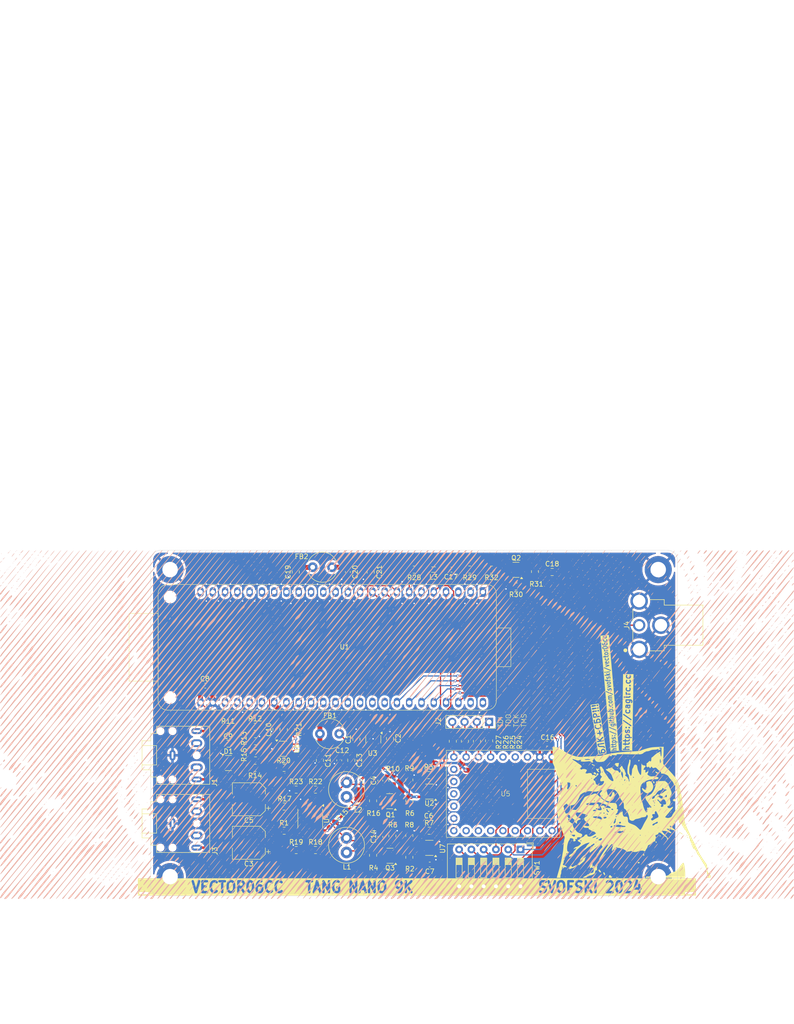
<source format=kicad_pcb>
(kicad_pcb (version 20240108) (generator "pcbnew") (generator_version "8.0")
  (layers (0 "F.Cu" signal) (31 "B.Cu" signal) (34 "B.Paste" user) (35 "F.Paste" user) (36 "B.SilkS" user "B.Silkscreen") (37 "F.SilkS" user "F.Silkscreen") (38 "B.Mask" user) (39 "F.Mask" user) (44 "Edge.Cuts" user))
  (net 0 "")
  (net 34 "GND")
  (net 35 "Net-(U3-EN)")
  (net 36 "/3V3A")
  (net 37 "Net-(C3-Pad2)")
  (net 38 "Net-(C3-Pad1)")
  (net 39 "Net-(U4A-+)")
  (net 40 "Net-(C5-Pad1)")
  (net 41 "Net-(C5-Pad2)")
  (net 42 "Net-(D1-COM)")
  (net 43 "Net-(C9-Pad1)")
  (net 44 "Net-(C10-Pad1)")
  (net 45 "/VBUS")
  (net 46 "Net-(U4B-+)")
  (net 48 "Net-(J1-PadR)")
  (net 52 "Net-(L1-Pad1)")
  (net 53 "Net-(L2-Pad1)")
  (net 54 "Net-(Q1-E)")
  (net 55 "Net-(Q1-B)")
  (net 56 "Net-(Q3-B)")
  (net 57 "Net-(Q3-E)")
  (net 58 "Net-(U4B--)")
  (net 59 "Net-(R3-Pad2)")
  (net 60 "Net-(R7-Pad2)")
  (net 61 "Net-(U6-+)")
  (net 62 "Net-(U4A--)")
  (net 63 "/TAPE_IN")
  (net 65 "/PWM_L")
  (net 68 "Net-(R1-Pad1)")
  (net 69 "Net-(R17-Pad1)")
  (net 70 "/3V3D")
  (net 71 "/HID_RX")
  (net 72 "/PWM_R")
  (net 88 "/HID_TX")
  (net 89 "Net-(U1-84)")
  (net 90 "Net-(U1-81)")
  (net 91 "Net-(U1-80)")
  (net 92 "Net-(U1-82)")
  (net 93 "Net-(U1-83)")
  (net 94 "Net-(U1-85)")
  (net 95 "/JTAG_TDO")
  (net 96 "/JTAG_TCK")
  (net 97 "/JTAG_TMS")
  (net 98 "/JTAG_TDI")
  (net 99 "Net-(U5-GP27)")
  (net 100 "Net-(U5-GP26)")
  (net 101 "Net-(U5-GP15)")
  (net 102 "Net-(U5-GP14)")
  (net 103 "Net-(C17-Pad2)")
  (net 104 "Net-(C18-Pad1)")
  (net 105 "Net-(J4-In)")
  (net 106 "Net-(L3-Pad2)")
  (net 107 "Net-(Q2-B)")
  (net 108 "Net-(Q2-E)")
  (net 109 "/TV")
  (net 110 "Net-(Q2-C)")
  (footprint "Inductor_SMD:L_0805_2012Metric" (layer "F.Cu") (at 160 48.5 180)
    (property "Reference" "L3")
    (property "Value" "10uH")
  )
  (footprint "Resistor_SMD:R_0805_2012Metric" (layer "F.Cu") (at 123.0875 89.5)
    (property "Reference" "R14")
    (property "Value" "100K")
  )
  (footprint "Resistor_SMD:R_0805_2012Metric" (layer "F.Cu") (at 159.0875 102.5)
    (property "Reference" "R7")
    (property "Value" "4K3")
  )
  (footprint "MountingHole:MountingHole_3.2mm_M3_DIN965_Pad" (layer "F.Cu") (at 105.5 112)
    (property "Reference" "H4" (hide yes))
    (property "Value" "MountingHole_Pad")
  )
  (footprint "Resistor_SMD:R_0805_2012Metric" (layer "F.Cu") (at 167.5 48.5 180)
    (property "Reference" "R29")
    (property "Value" "4K7")
  )
  (footprint "Capacitor_SMD:C_0603_1608Metric" (layer "F.Cu") (at 139 101.275 -135)
    (property "Reference" "C15")
    (property "Value" "100nF")
  )
  (footprint "Capacitor_SMD:C_0805_2012Metric" (layer "F.Cu") (at 131.5 49 -90)
    (property "Reference" "C19")
    (property "Value" "10nF")
  )
  (footprint "Resistor_SMD:R_0805_2012Metric" (layer "F.Cu") (at 131.5875 106.5)
    (property "Reference" "R19")
    (property "Value" "N/C")
  )
  (footprint "Package_TO_SOT_SMD:SOT-23" (layer "F.Cu") (at 177.0625 48.55 180)
    (property "Reference" "Q2")
    (property "Value" "S8050")
  )
  (footprint "Capacitor_SMD:C_0805_2012Metric" (layer "F.Cu") (at 151 83.45 90)
    (property "Reference" "C2")
    (property "Value" "1uF")
  )
  (footprint "Resistor_SMD:R_0805_2012Metric" (layer "F.Cu") (at 123.175 84)
    (property "Reference" "R13")
    (property "Value" "10K")
  )
  (footprint "Capacitor_SMD:C_0805_2012Metric" (layer "F.Cu") (at 117.5 84.5)
    (property "Reference" "C9")
    (property "Value" "1uF")
  )
  (footprint "Package_TO_SOT_SMD:SOT-23-5" (layer "F.Cu") (at 159.1375 106.05 180)
    (property "Reference" "U7")
    (property "Value" "74AHC1G14")
  )
  (footprint "Capacitor_SMD:C_0805_2012Metric" (layer "F.Cu") (at 143 87.95 -90)
    (property "Reference" "C13")
    (property "Value" "10uF")
  )
  (footprint "RP2040-Zero:rp2040-zero" (layer "F.Cu") (at 174.41 94.88 -90)
    (property "Reference" "U5")
    (property "Value" "RP2040-Zero")
  )
  (footprint "Resistor_SMD:R_0805_2012Metric" (layer "F.Cu") (at 123.175 86.5)
    (property "Reference" "R15")
    (property "Value" "100K")
  )
  (footprint "Capacitor_SMD:CP_Elec_6.3x7.7" (layer "F.Cu") (at 121.8 96 180)
    (property "Reference" "C5")
    (property "Value" "220uF/16V")
  )
  (footprint "Package_TO_SOT_SMD:SOT-23-5" (layer "F.Cu") (at 147.55 83.5875 -90)
    (property "Reference" "U3")
    (property "Value" "LP5907MFX-3.3, TPS7A20-3.3")
  )
  (footprint "Package_TO_SOT_SMD:SOT-23" (layer "F.Cu") (at 117.5625 88.5)
    (property "Reference" "D1")
    (property "Value" "BAT54S")
  )
  (footprint "Resistor_SMD:R_0805_2012Metric" (layer "F.Cu") (at 147.5 96.325 -90)
    (property "Reference" "R16")
    (property "Value" "160")
  )
  (footprint "Inductor_THT:L_Radial_D6.0mm_P4.00mm" (layer "F.Cu") (at 135 48)
    (property "Reference" "FB2")
    (property "Value" "R6H")
  )
  (footprint "Resistor_SMD:R_0805_2012Metric" (layer "F.Cu") (at 147.5 107.5875 90)
    (property "Reference" "R4")
    (property "Value" "160")
  )
  (footprint "MountingHole:MountingHole_3.2mm_M3_DIN965_Pad" (layer "F.Cu") (at 105.5 48.5)
    (property "Reference" "H1" (hide yes))
    (property "Value" "MountingHole_Pad")
  )
  (footprint "Resistor_SMD:R_0805_2012Metric" (layer "F.Cu") (at 135.5875 106.5)
    (property "Reference" "R18")
    (property "Value" "0")
  )
  (footprint "Resistor_SMD:R_0805_2012Metric" (layer "F.Cu") (at 129.0875 97.5 180)
    (property "Reference" "R17")
    (property "Value" "470")
  )
  (footprint "Resistor_SMD:R_0805_2012Metric" (layer "F.Cu") (at 131.5875 94)
    (property "Reference" "R23")
    (property "Value" "N/C")
  )
  (footprint "Resistor_SMD:R_0805_2012Metric" (layer "F.Cu") (at 129.0875 102.5 180)
    (property "Reference" "R1")
    (property "Value" "470")
  )
  (footprint "Capacitor_SMD:C_0805_2012Metric" (layer "F.Cu") (at 147 49 -90)
    (property "Reference" "C21")
    (property "Value" "10uF")
  )
  (footprint "Package_TO_SOT_SMD:SOT-23-5" (layer "F.Cu") (at 159.1375 94.4125 180)
    (property "Reference" "U2")
    (property "Value" "74AHC1G14")
  )
  (footprint "Capacitor_SMD:C_0603_1608Metric" (layer "F.Cu") (at 149 103.775 -90)
    (property "Reference" "C14")
    (property "Value" "100nF")
  )
  (footprint "Button_Switch_THT:SW_DIP_SPSTx06_Slide_9.78x17.42mm_W7.62mm_P2.54mm" (layer "F.Cu") (at 178 106.38 -90)
    (property "Reference" "SW1")
    (property "Value" "SW_DIP_x06")
  )
  (footprint "Package_SO:SOIC-8_3.9x4.9mm_P1.27mm" (layer "F.Cu") (at 134.5 99.975 -90)
    (property "Reference" "U4")
    (property "Value" "LM358LV")
  )
  (footprint "Resistor_SMD:R_0805_2012Metric" (layer "F.Cu") (at 151.5 92.0875 -90)
    (property "Reference" "R10")
    (property "Value" "100")
  )
  (footprint "Resistor_SMD:R_0805_2012Metric" (layer "F.Cu") (at 129.0875 89.5)
    (property "Reference" "R20")
    (property "Value" "1M")
  )
  (footprint "Resistor_SMD:R_0805_2012Metric" (layer "F.Cu") (at 155 108 90)
    (property "Reference" "R2")
    (property "Value" "10K")
  )
  (footprint "Capacitor_SMD:C_0805_2012Metric" (layer "F.Cu") (at 127.5 81.55 -90)
    (property "Reference" "C10")
    (property "Value" "1uF")
  )
  (footprint "Resistor_SMD:R_0805_2012Metric" (layer "F.Cu") (at 123.0875 81)
    (property "Reference" "R12")
    (property "Value" "10K")
  )
  (footprint "Package_TO_SOT_SMD:SOT-23" (layer "F.Cu") (at 150.9375 96.4125 180)
    (property "Reference" "Q1")
    (property "Value" "S8050")
  )
  (footprint "Resistor_SMD:R_0805_2012Metric" (layer "F.Cu") (at 164 84 -90)
    (property "Reference" "R27")
    (property "Value" "47")
  )
  (footprint "Resistor_SMD:R_0805_2012Metric" (layer "F.Cu") (at 155 92 90)
    (property "Reference" "R9")
    (property "Value" "10K")
  )
  (footprint "Capacitor_SMD:C_0603_1608Metric" (layer "F.Cu") (at 163.725 48.5 180)
    (property "Reference" "C17")
    (property "Value" "22pF")
  )
  (footprint "Capacitor_SMD:C_0805_2012Metric" (layer "F.Cu") (at 184.55 49)
    (property "Reference" "C18")
    (property "Value" "10uF")
  )
  (footprint "Resistor_SMD:R_0805_2012Metric" (layer "F.Cu") (at 171.5 83.9125 -90)
    (property "Reference" "R24")
    (property "Value" "47")
  )
  (footprint "Resistor_SMD:R_0805_2012Metric" (layer "F.Cu") (at 172 48.5 180)
    (property "Reference" "R32")
    (property "Value" "10K")
  )
  (footprint "Resistor_SMD:R_0805_2012Metric" (layer "F.Cu") (at 155 103.5 90)
    (property "Reference" "R8")
    (property "Value" "10K")
  )
  (footprint "LOGO" (layer "F.Cu") (at 201 98.7)
    (property "Reference" "G***" (hide yes))
    (property "Value" "LOGO" (hide yes))
  )
  (footprint "Resistor_SMD:R_0805_2012Metric" (layer "F.Cu") (at 169 84 -90)
    (property "Reference" "R25")
    (property "Value" "47")
  )
  (footprint "Capacitor_SMD:C_0603_1608Metric" (layer "F.Cu") (at 159.225 109.5 180)
    (property "Reference" "C7")
    (property "Value" "100nF")
  )
  (footprint "MountingHole:MountingHole_3.2mm_M3_DIN965_Pad" (layer "F.Cu") (at 206.5 112)
    (property "Reference" "H3" (hide yes))
    (property "Value" "MountingHole_Pad")
  )
  (footprint "Resistor_SMD:R_0805_2012Metric" (layer "F.Cu") (at 177.0875 52 180)
    (property "Reference" "R30")
    (property "Value" "100")
  )
  (footprint "Connector_Audio:Jack_3.5mm_CUI_SJ1-3525N_Horizontal" (layer "F.Cu") (at 106 86.9 -90)
    (property "Reference" "J1")
    (property "Value" "PJ-307")
  )
  (footprint "Resistor_SMD:R_0805_2012Metric" (layer "F.Cu") (at 130.5 81.5875 -90)
    (property "Reference" "R21")
    (property "Value" "10K")
  )
  (footprint "Resistor_SMD:R_0805_2012Metric" (layer "F.Cu") (at 117.5 81.5)
    (property "Reference" "R11")
    (property "Value" "3K3")
  )
  (footprint "Resistor_SMD:R_0805_2012Metric" (layer "F.Cu") (at 156 48.5 180)
    (property "Reference" "R28")
    (property "Value" "1K")
  )
  (footprint "Resistor_SMD:R_0805_2012Metric" (layer "F.Cu") (at 155 96.325 90)
    (property "Reference" "R6")
    (property "Value" "10K")
  )
  (footprint "Inductor_THT:L_Radial_D7.2mm_P3.00mm_Murata_1700" (layer "F.Cu") (at 142 95.5 90)
    (property "Reference" "L2")
    (property "Value" "1mH")
  )
  (footprint "TangNano9k:TangNano9k" (layer "F.Cu") (at 141.01 64.57 -90)
    (property "Reference" "U1")
    (property "Value" "TANGNANO9K")
  )
  (footprint "Capacitor_SMD:C_0603_1608Metric" (layer "F.Cu") (at 140.5 87.95 -90)
    (property "Reference" "C12")
    (property "Value" "100nF")
  )
  (footprint "Capacitor_SMD:CP_Elec_6.3x7.7" (layer "F.Cu") (at 121.8 105 180)
    (property "Reference" "C3")
    (property "Value" "220uF/16V")
  )
  (footprint "Connector_PinSocket_2.54mm:PinSocket_1x04_P2.54mm_Vertical" (layer "F.Cu") (at 171.5 80 -90)
    (property "Reference" "J2")
    (property "Value" "Conn_01x04_Socket")
  )
  (footprint "Capacitor_SMD:C_0603_1608Metric" (layer "F.Cu") (at 159 98 180)
    (property "Reference" "C6")
    (property "Value" "100nF")
  )
  (footprint "Resistor_SMD:R_0805_2012Metric" (layer "F.Cu") (at 135.5875 94)
    (property "Reference" "R22")
    (property "Value" "0")
  )
  (footprint "Capacitor_SMD:C_0805_2012Metric" (layer "F.Cu") (at 136.5 87.95 -90)
    (property "Reference" "C11")
    (property "Value" "10nF")
  )
  (footprint "Capacitor_SMD:C_0805_2012Metric" (layer "F.Cu") (at 144.05 83.5875 90)
    (property "Reference" "C1")
    (property "Value" "1uF")
  )
  (footprint "Inductor_THT:L_Radial_D7.2mm_P3.00mm_Murata_1700" (layer "F.Cu") (at 142 107 90)
    (property "Reference" "L1")
    (property "Value" "1mH")
  )
  (footprint "Resistor_SMD:R_0805_2012Metric" (layer "F.Cu") (at 166.5 84 -90)
    (property "Reference" "R26")
    (property "Value" "47")
  )
  (footprint "Inductor_THT:L_Radial_D6.0mm_P4.00mm" (layer "F.Cu") (at 136.5 82.45)
    (property "Reference" "FB1")
    (property "Value" "R6H")
  )
  (footprint "Package_TO_SOT_SMD:SOT-23" (layer "F.Cu") (at 151 107.675 180)
    (property "Reference" "Q3")
    (property "Value" "S8050")
  )
  (footprint "Resistor_SMD:R_0805_2012Metric" (layer "F.Cu") (at 159 91)
    (property "Reference" "R3")
    (property "Value" "4K3")
  )
  (footprint "Capacitor_SMD:C_0603_1608Metric" (layer "F.Cu") (at 142.275 49 -90)
    (property "Reference" "C20")
    (property "Value" "100nF")
  )
  (footprint "MountingHole:MountingHole_3.2mm_M3_DIN965_Pad" (layer "F.Cu") (at 206.5 48.5)
    (property "Reference" "H2" (hide yes))
    (property "Value" "MountingHole_Pad")
  )
  (footprint "Capacitor_SMD:C_0603_1608Metric" (layer "F.Cu") (at 112.775 72.5 180)
    (property "Reference" "C8")
    (property "Value" "100nF")
  )
  (footprint "Capacitor_SMD:C_0603_1608Metric" (layer "F.Cu") (at 183.5 84.5 180)
    (property "Reference" "C16")
    (property "Value" "100nF")
  )
  (footprint "Resistor_SMD:R_0805_2012Metric" (layer "F.Cu") (at 181 48.9125 -90)
    (property "Reference" "R31")
    (property "Value" "75")
  )
  (footprint "Resistor_SMD:R_0805_2012Metric" (layer "F.Cu") (at 151.493542 103.59061 -90)
    (property "Reference" "R5")
    (property "Value" "100")
  )
  (footprint "footprints:CUI_RCJ-013" (layer "F.Cu") (at 208.5 60 180)
    (property "Reference" "J4")
    (property "Value" "Conn_Coaxial")
  )
  (footprint "Capacitor_SMD:C_0603_1608Metric" (layer "F.Cu") (at 149 92.1375 -90)
    (property "Reference" "C4")
    (property "Value" "100nF")
  )
  (footprint "Connector_Audio:Jack_3.5mm_CUI_SJ1-3525N_Horizontal" (layer "F.Cu") (at 106 101 -90)
    (property "Reference" "J3")
    (property "Value" "PJ-307")
  )
  (footprint "Package_TO_SOT_SMD:SOT-23-5" (layer "F.Cu") (at 128.8625 85.55)
    (property "Reference" "U6")
    (property "Value" "TL331")
  )
  (footprint "LOGO" (layer "B.Cu") (at 152.5 80.5 180)
    (property "Reference" "G***" (hide yes))
    (property "Value" "LOGO" (hide yes))
  )
  (gr_arc (start 208.5 44.5) (mid 209.914214 45.085786) (end 210.5 46.5) (stroke (width 0.05)) (layer "Edge.Cuts"))
  (gr_line (start 208.5 116) (end 103.5 116) (stroke (width 0.05)) (layer "Edge.Cuts"))
  (gr_arc (start 210.5 114) (mid 209.914214 115.414214) (end 208.5 116) (stroke (width 0.05)) (layer "Edge.Cuts"))
  (gr_line (start 210.5 46.5) (end 210.5 114) (stroke (width 0.05)) (layer "Edge.Cuts"))
  (gr_arc (start 101.5 46.5) (mid 102.085786 45.085786) (end 103.5 44.5) (stroke (width 0.05)) (layer "Edge.Cuts"))
  (gr_arc (start 103.5 116) (mid 102.085786 115.414214) (end 101.5 114) (stroke (width 0.05)) (layer "Edge.Cuts"))
  (gr_line (start 103.5 44.5) (end 208.5 44.5) (stroke (width 0.05)) (layer "Edge.Cuts"))
  (gr_line (start 101.5 114) (end 101.5 46.5) (stroke (width 0.05)) (layer "Edge.Cuts"))
  (gr_text "https://caglrc.cc" (at 200.619 86.133248 89) (layer "F.SilkS" knockout) (effects (font (size 1.2 1.2) (thickness 0.24) (bold yes)) (justify left bottom)))
  (gr_text "_      VECTOR06CC   TANG NANO 9K                 SVOFSKI 2024      _" (at 99 115.5 0) (layer "F.SilkS" knockout) (effects (font (size 2.25 2) (thickness 0.5) (bold yes)) (justify left bottom)))
  (gr_text "https://github.com/svofski/vector06cc" (at 198 86.1 95) (layer "F.SilkS" knockout) (effects (font (size 1 0.8) (thickness 0.16) (bold yes)) (justify left bottom)))
  (gr_text "БЛК+СБР!!!" (at 195.740505 86.722567 99) (layer "F.SilkS" knockout) (effects (font (size 1.2 1.2) (thickness 0.24) (bold yes)) (justify left bottom)))
  (gr_text "TDI\nTDO\nTCK\nTMS" (at 179.3 81.2 90) (layer "F.SilkS") (effects (font (size 1 1) (thickness 0.1)) (justify left bottom)))
  (segment (start 144.05 82.6375) (end 144.05 81.55) (width 0.25) (layer "F.Cu") (net 34))
  (segment (start 143.725 88.9) (end 144 88.625) (width 0.25) (layer "F.Cu") (net 34))
  (segment (start 116.625 87.125) (end 116 86.5) (width 0.2) (layer "F.Cu") (net 34))
  (segment (start 130.462736 94) (end 130.225 94.237736) (width 0.25) (layer "F.Cu") (net 34))
  (segment (start 155 91.0875) (end 155.9125 91.0875) (width 0.25) (layer "F.Cu") (net 34))
  (segment (start 130.675 105.825) (end 131 105.5) (width 0.25) (layer "F.Cu") (net 34))
  (segment (start 144.05 81.55) (end 144 81.5) (width 0.25) (layer "F.Cu") (net 34))
  (segment (start 150 83.5) (end 147.5 83.5) (width 0.25) (layer "F.Cu") (net 34))
  (segment (start 175.5 52) (end 175 52.5) (width 0.25) (layer "F.Cu") (net 34))
  (segment (start 147 49.95) (end 146.05 49.95) (width 1) (layer "F.Cu") (net 34))
  (segment (start 114.34 73.29) (end 113.55 72.5) (width 1) (layer "F.Cu") (net 34))
  (segment (start 152.131372 91) (end 151.903186 90.771814) (width 0.25) (layer "F.Cu") (net 34))
  (segment (start 155.9125 102.5875) (end 156 102.5) (width 0.25) (layer "F.Cu") (net 34))
  (segment (start 147.55 82.45) (end 147.55 83.45) (width 0.25) (layer "F.Cu") (net 34))
  (segment (start 152.5 91) (end 152.5875 91.0875) (width 0.25) (layer "F.Cu") (net 34))
  (segment (start 126.5 85.5) (end 126.55 85.55) (width 0.2) (layer "F.Cu") (net 34))
  (segment (start 130.05 49.95) (end 130 50) (width 1) (layer "F.Cu") (net 34))
  (segment (start 152.5875 91.0875) (end 155 91.0875) (width 0.25) (layer "F.Cu") (net 34))
  (segment (start 147.55 83.45) (end 147.5 83.5) (width 0.25) (layer "F.Cu") (net 34))
  (segment (start 127.725 85.55) (end 126.55 85.55) (width 0.2) (layer "F.Cu") (net 34))
  (segment (start 160.5875 93.15) (end 160.5875 93) (width 0.25) (layer "F.Cu") (net 34))
  (segment (start 130.675 94) (end 130.675 94.175) (width 0.5) (layer "F.Cu") (net 34))
  (segment (start 151.171652 103) (end 151.493542 102.67811) (width 0.25) (layer "F.Cu") (net 34))
  (segment (start 159.775 98) (end 159.775 97.725) (width 0.25) (layer "F.Cu") (net 34))
  (segment (start 127 82.5) (end 126.5 82) (width 0.2) (layer "F.Cu") (net 34))
  (segment (start 159.775 97.725) (end 160.5 97) (width 0.25) (layer "F.Cu") (net 34))
  (segment (start 148.1375 91.3625) (end 148 91.5) (width 0.25) (layer "F.Cu") (net 34))
  (segment (start 176.175 52) (end 175.5 52) (width 0.25) (layer "F.Cu") (net 34))
  (segment (start 149 91.3625) (end 151.3125 91.3625) (width 0.25) (layer "F.Cu") (net 34))
  (segment (start 136.5 88.9) (end 135.9 88.9) (width 0.25) (layer "F.Cu") (net 34))
  (segment (start 130.675 106.5) (end 130.675 105.825) (width 0.25) (layer "F.Cu") (net 34))
  (segment (start 142.275 49.775) (end 141.725 49.775) (width 1) (layer "F.Cu") (net 34))
  (segment (start 132.595 96.095) (end 132.5 96) (width 0.25) (layer "F.Cu") (net 34))
  (segment (start 151 82.5) (end 150 83.5) (width 0.25) (layer "F.Cu") (net 34))
  (segment (start 164.5 48.5) (end 164.5 49.5) (width 0.25) (layer "F.Cu") (net 34))
  (segment (start 146.05 49.95) (end 145.5 50.5) (width 1) (layer "F.Cu") (net 34))
  (segment (start 151.3125 91.3625) (end 151.903186 90.771814) (width 0.25) (layer "F.Cu") (net 34))
  (segment (start 139.6 88.725) (end 139.5 88.625) (width 0.25) (layer "F.Cu") (net 34))
  (segment (start 139.548008 100.726992) (end 140.226992 100.726992) (width 0.25) (layer "F.Cu") (net 34))
  (segment (start 181.99 87.26) (end 181.99 85.235) (width 0.5) (layer "F.Cu") (net 34))
  (segment (start 143 88.9) (end 140.675 88.9) (width 0.25) (layer "F.Cu") (net 34))
  (segment (start 132.595 97.5) (end 132.595 96.095) (width 0.25) (layer "F.Cu") (net 34))
  (segment (start 131.5 49.95) (end 130.05 49.95) (width 1) (layer "F.Cu") (net 34))
  (segment (start 181.99 85.235) (end 182.725 84.5) (width 0.5) (layer "F.Cu") (net 34))
  (segment (start 130.675 94) (end 130.462736 94) (width 0.25) (layer "F.Cu") (net 34))
  (segment (start 140.675 88.9) (end 140.5 88.725) (width 0.25) (layer "F.Cu") (net 34))
  (segment (start 124.0875 84) (end 124.0875 83.0875) (width 0.2) (layer "F.Cu") (net 34))
  (segment (start 149 103) (end 151.171652 103) (width 0.25) (layer "F.Cu") (net 34))
  (segment (start 160.608548 104.766452) (end 161.266451 104.766452) (width 0.25) (layer "F.Cu") (net 34))
  (segment (start 140.226992 100.726992) (end 140.565686 101.065686) (width 0.25) (layer "F.Cu") (net 34))
  (segment (start 151 82.5) (end 151 82) (width 0.25) (layer "F.Cu") (net 34))
  (segment (start 149 91.3625) (end 148.1375 91.3625) (width 0.25) (layer "F.Cu") (net 34))
  (segment (start 151.493542 102.67811) (end 152.32189 102.67811) (width 0.25) (layer "F.Cu") (net 34))
  (segment (start 155 102.5875) (end 152.5875 102.5875) (width 0.25) (layer "F.Cu") (net 34))
  (segment (start 130.675 94.175) (end 132.5 96) (width 0.5) (layer "F.Cu") (net 34))
  (segment (start 160 109) (end 160.5 108.5) (width 0.25) (layer "F.Cu") (net 34))
  (segment (start 124.0875 83.0875) (end 124 83) (width 0.2) (layer "F.Cu") (net 34))
  (segment (start 152.5 91) (end 152.131372 91) (width 0.25) (layer "F.Cu") (net 34))
  (segment (start 152.32189 102.67811) (end 152.5 102.5) (width 0.25) (layer "F.Cu") (net 34))
  (segment (start 160.275 93.4625) (end 160.5875 93.15) (width 0.25) (layer "F.Cu") (net 34))
  (segment (start 160 109.5) (end 160 109) (width 0.25) (layer "F.Cu") (net 34))
  (segment (start 160.275 105.1) (end 160.608548 104.766452) (width 0.25) (layer "F.Cu") (net 34))
  (segment (start 141.725 49.775) (end 141 50.5) (width 1) (layer "F.Cu") (net 34))
  (segment (start 127.5 82.5) (end 127 82.5) (width 0.2) (layer "F.Cu") (net 34))
  (segment (start 149 103) (end 148 103) (width 0.25) (layer "F.Cu") (net 34))
  (segment (start 114.34 76) (end 114.34 73.29) (width 1) (layer "F.Cu") (net 34))
  (segment (start 155.9125 91.0875) (end 156 91) (width 0.25) (layer "F.Cu") (net 34))
  (segment (start 155 102.5875) (end 155.9125 102.5875) (width 0.25) (layer "F.Cu") (net 34))
  (segment (start 116.625 87.55) (end 116.625 87.125) (width 0.2) (layer "F.Cu") (net 34))
  (segment (start 152.5875 102.5875) (end 152.5 102.5) (width 0.25) (layer "F.Cu") (net 34))
  (segment (start 135.9 88.9) (end 135.5 88.5) (width 0.25) (layer "F.Cu") (net 34))
  (segment (start 143 88.9) (end 143.725 88.9) (width 0.25) (layer "F.Cu") (net 34))
  (segment (start 140.5 88.725) (end 139.6 88.725) (width 0.25) (layer "F.Cu") (net 34))
  (via (at 159 55.5) (size 0.6) (drill 0.3) (layers "F.Cu" "B.Cu") (net 34))
  (via (at 131 77.5) (size 0.6) (drill 0.3) (layers "F.Cu" "B.Cu") (net 34))
  (via (at 175 52.5) (size 0.6) (drill 0.3) (layers "F.Cu" "B.Cu") (net 34))
  (via (at 160.5 97) (size 0.6) (drill 0.3) (layers "F.Cu" "B.Cu") (net 34))
  (via (at 133.5 51.5) (size 0.6) (drill 0.3) (layers "F.Cu" "B.Cu") (net 34))
  (via (at 118 55) (size 0.6) (drill 0.3) (layers "F.Cu" "B.Cu") (net 34))
  (via (at 146 77.5) (size 0.6) (drill 0.3) (layers "F.Cu" "B.Cu") (net 34))
  (via (at 126.5 82) (size 0.6) (drill 0.3) (layers "F.Cu" "B.Cu") (net 34))
  (via (at 156 55.5) (size 0.6) (drill 0.3) (layers "F.Cu" "B.Cu") (net 34))
  (via (at 153.5 51) (size 0.6) (drill 0.3) (layers "F.Cu" "B.Cu") (net 34))
  (via (at 136 55) (size 0.6) (drill 0.3) (layers "F.Cu" "B.Cu") (net 34))
  (via (at 120.5 51.5) (size 0.6) (drill 0.3) (layers "F.Cu" "B.Cu") (net 34))
  (via (at 161.266451 104.766452) (size 0.6) (drill 0.3) (layers "F.Cu" "B.Cu") (net 34))
  (via (at 136 77.5) (size 0.6) (drill 0.3) (layers "F.Cu" "B.Cu") (net 34))
  (via (at 156 91) (size 0.6) (drill 0.3) (layers "F.Cu" "B.Cu") (net 34))
  (via (at 118 51.5) (size 0.6) (drill 0.3) (layers "F.Cu" "B.Cu") (net 34))
  (via (at 123.5 77.5) (size 0.6) (drill 0.3) (layers "F.Cu" "B.Cu") (net 34))
  (via (at 156 51.5) (size 0.6) (drill 0.3) (layers "F.Cu" "B.Cu") (net 34))
  (via (at 160.5 108.5) (size 0.6) (drill 0.3) (layers "F.Cu" "B.Cu") (net 34))
  (via (at 133.5 55) (size 0.6) (drill 0.3) (layers "F.Cu" "B.Cu") (net 34))
  (via (at 124 83) (size 0.6) (drill 0.3) (layers "F.Cu" "B.Cu") (net 34))
  (via (at 144 88.625) (size 0.6) (drill 0.3) (layers "F.Cu" "B.Cu") (net 34))
  (via (at 131 105.5) (size 0.6) (drill 0.3) (layers "F.Cu" "B.Cu") (net 34))
  (via (at 169.5 78) (size 0.6) (drill 0.3) (layers "F.Cu" "B.Cu") (net 34))
  (via (at 143.5 51.5) (size 0.6) (drill 0.3) (layers "F.Cu" "B.Cu") (net 34))
  (via (at 135.5 88.5) (size 0.6) (drill 0.3) (layers "F.Cu" "B.Cu") (net 34))
  (via (at 143.5 55) (size 0.6) (drill 0.3) (layers "F.Cu" "B.Cu") (net 34))
  (via (at 148 103) (size 0.6) (drill 0.3) (layers "F.Cu" "B.Cu") (net 34))
  (via (at 169 55.5) (size 0.6) (drill 0.3) (layers "F.Cu" "B.Cu") (net 34))
  (via (at 163 101.2) (size 0.6) (drill 0.3) (layers "F.Cu" "B.Cu") (net 34))
  (via (at 130.5 55.5) (size 0.6) (drill 0.3) (layers "F.Cu" "B.Cu") (net 34))
  (via (at 147.5 83.5) (size 0.6) (drill 0.3) (layers "F.Cu" "B.Cu") (net 34))
  (via (at 151 77.5) (size 0.6) (drill 0.3) (layers "F.Cu" "B.Cu") (net 34))
  (via (at 132.5 96) (size 0.6) (drill 0.3) (layers "F.Cu" "B.Cu") (net 34))
  (via (at 115.5 55) (size 0.6) (drill 0.3) (layers "F.Cu" "B.Cu") (net 34))
  (via (at 115.5 51.5) (size 0.6) (drill 0.3) (layers "F.Cu" "B.Cu") (net 34))
  (via (at 143.5 77.5) (size 0.6) (drill 0.3) (layers "F.Cu" "B.Cu") (net 34))
  (via (at 151 82) (size 0.6) (drill 0.3) (layers "F.Cu" "B.Cu") (net 34))
  (via (at 163.2 98.7) (size 0.6) (drill 0.3) (layers "F.Cu" "B.Cu") (net 34))
  (via (at 169 51.5) (size 0.6) (drill 0.3) (layers "F.Cu" "B.Cu") (net 34))
  (via (at 123 55) (size 0.6) (drill 0.3) (layers "F.Cu" "B.Cu") (net 34))
  (via (at 148.5 77.5) (size 0.6) (drill 0.3) (layers "F.Cu" "B.Cu") (net 34))
  (via (at 151.903186 90.771814) (size 0.6) (drill 0.3) (layers "F.Cu" "B.Cu") (net 34))
  (via (at 138.5 77.5) (size 0.6) (drill 0.3) (layers "F.Cu" "B.Cu") (net 34))
  (via (at 141 50.5) (size 0.6) (drill 0.3) (layers "F.Cu" "B.Cu") (net 34))
  (via (at 163.1 91) (size 0.6) (drill 0.3) (layers "F.Cu" "B.Cu") (net 34))
  (via (at 166.5 55.5) (size 0.6) (drill 0.3) (layers "F.Cu" "B.Cu") (net 34))
  (via (at 145.5 50.5) (size 0.6) (drill 0.3) (layers "F.Cu" "B.Cu") (net 34))
  (via (at 125.5 55) (size 0.6) (drill 0.3) (layers "F.Cu" "B.Cu") (net 34))
  (via (at 113 51.5) (size 0.6) (drill 0.3) (layers "F.Cu" "B.Cu") (net 34))
  (via (at 152.5 102.5) (size 0.6) (drill 0.3) (layers "F.Cu" "B.Cu") (net 34))
  (via (at 156 102.5) (size 0.6) (drill 0.3) (layers "F.Cu" "B.Cu") (net 34))
  (via (at 123.5 51.5) (size 0.6) (drill 0.3) (layers "F.Cu" "B.Cu") (net 34))
  (via (at 141 51.5) (size 0.6) (drill 0.3) (layers "F.Cu" "B.Cu") (net 34))
  (via (at 140.565686 101.065686) (size 0.6) (drill 0.3) (layers "F.Cu" "B.Cu") (net 34))
  (via (at 133.5 77.5) (size 0.6) (drill 0.3) (layers "F.Cu" "B.Cu") (net 34))
  (via (at 153.5 55.5) (size 0.6) (drill 0.3) (layers "F.Cu" "B.Cu") (net 34))
  (via (at 141 77.5) (size 0.6) (drill 0.3) (layers "F.Cu" "B.Cu") (net 34))
  (via (at 128.5 55) (size 0.6) (drill 0.3) (layers "F.Cu" "B.Cu") (net 34))
  (via (at 128.5 51.5) (size 0.6) (drill 0.3) (layers "F.Cu" "B.Cu") (net 34))
  (via (at 130 50) (size 0.6) (drill 0.3) (layers "F.Cu" "B.Cu") (net 34))
  (via (at 164.5 49.5) (size 0.6) (drill 0.3) (layers "F.Cu" "B.Cu") (net 34))
  (via (at 160.5875 93) (size 0.6) (drill 0.3) (layers "F.Cu" "B.Cu") (net 34))
  (via (at 120.5 55) (size 0.6) (drill 0.3) (layers "F.Cu" "B.Cu") (net 34))
  (via (at 136 51.5) (size 0.6) (drill 0.3) (layers "F.Cu" "B.Cu") (net 34))
  (via (at 126 51.5) (size 0.6) (drill 0.3) (layers "F.Cu" "B.Cu") (net 34))
  (via (at 120.5 78) (size 0.6) (drill 0.3) (layers "F.Cu" "B.Cu") (net 34))
  (via (at 126.55 85.55) (size 0.6) (drill 0.3) (layers "F.Cu" "B.Cu") (net 34))
  (via (at 158.5 51.5) (size 0.6) (drill 0.3) (layers "F.Cu" "B.Cu") (net 34))
  (via (at 152.5 91) (size 0.6) (drill 0.3) (layers "F.Cu" "B.Cu") (net 34))
  (via (at 163 93.6) (size 0.6) (drill 0.3) (layers "F.Cu" "B.Cu") (net 34))
  (via (at 148 91.5) (size 0.6) (drill 0.3) (layers "F.Cu" "B.Cu") (net 34))
  (via (at 130.225 94.237736) (size 0.6) (drill 0.3) (layers "F.Cu" "B.Cu") (net 34))
  (via (at 141 55) (size 0.6) (drill 0.3) (layers "F.Cu" "B.Cu") (net 34))
  (via (at 113 55) (size 0.6) (drill 0.3) (layers "F.Cu" "B.Cu") (net 34))
  (via (at 144 81.5) (size 0.6) (drill 0.3) (layers "F.Cu" "B.Cu") (net 34))
  (via (at 166.5 51.5) (size 0.6) (drill 0.3) (layers "F.Cu" "B.Cu") (net 34))
  (via (at 138.5 55) (size 0.6) (drill 0.3) (layers "F.Cu" "B.Cu") (net 34))
  (via (at 163.1 96.1) (size 0.6) (drill 0.3) (layers "F.Cu" "B.Cu") (net 34))
  (via (at 138.5 51.5) (size 0.6) (drill 0.3) (layers "F.Cu" "B.Cu") (net 34))
  (via (at 116 86.5) (size 0.6) (drill 0.3) (layers "F.Cu" "B.Cu") (net 34))
  (via (at 139.5 88.625) (size 0.6) (drill 0.3) (layers "F.Cu" "B.Cu") (net 34))
  (segment (start 148.5 74) (end 148.5 77.5) (width 0.25) (layer "B.Cu") (net 34))
  (segment (start 120.5 74) (end 123.5 74) (width 0.25) (layer "B.Cu") (net 34))
  (segment (start 165.8 96.1) (end 165.9 96.2) (width 0.25) (layer "B.Cu") (net 34))
  (segment (start 133.5 74) (end 136 74) (width 0.25) (layer "B.Cu") (net 34))
  (segment (start 165.9 93.6) (end 166 93.7) (width 0.25) (layer "B.Cu") (net 34))
  (segment (start 143.5 74) (end 146 74) (width 0.25) (layer "B.Cu") (net 34))
  (segment (start 143.5 51.5) (end 143.5 55) (width 0.25) (layer "B.Cu") (net 34))
  (segment (start 131 74) (end 133.5 74) (width 0.25) (layer "B.Cu") (net 34))
  (segment (start 123.5 74) (end 123.5 77.5) (width 0.25) (layer "B.Cu") (net 34))
  (segment (start 120.5 74) (end 120.5 78) (width 0.25) (layer "B.Cu") (net 34))
  (segment (start 163.3 98.6) (end 165.8 98.6) (width 0.25) (layer "B.Cu") (net 34))
  (segment (start 156 51.5) (end 156 55.5) (width 0.25) (layer "B.Cu") (net 34))
  (segment (start 166.1 91) (end 166 91.1) (width 0.25) (layer "B.Cu") (net 34))
  (segment (start 163.1 91) (end 166.1 91) (width 0.25) (layer "B.Cu") (net 34))
  (segment (start 169 77.5) (end 169.5 78) (width 0.25) (layer "B.Cu") (net 34))
  (segment (start 120.5 51.5) (end 120.5 55) (width 0.25) (layer "B.Cu") (net 34))
  (segment (start 165.8 101) (end 165.8 98.6) (width 0.25) (layer "B.Cu") (net 34))
  (segment (start 130.555 51.055) (end 130.555 55.445) (width 0.25) (layer "B.Cu") (net 34))
  (segment (start 126 51.5) (end 126 54.5) (width 0.25) (layer "B.Cu") (net 34))
  (segment (start 169 51.5) (end 169 55.5) (width 0.25) (layer "B.Cu") (net 34))
  (segment (start 138.5 74) (end 141 74) (width 0.25) (layer "B.Cu") (net 34))
  (segment (start 123.5 54.5) (end 123 55) (width 0.25) (layer "B.Cu") (net 34))
  (segment (start 130 50.5) (end 130.555 51.055) (width 0.25) (layer "B.Cu") (net 34))
  (segment (start 138.5 51.5) (end 138.5 55) (width 0.25) (layer "B.Cu") (net 34))
  (segment (start 130.555 55.445) (end 130.5 55.5) (width 0.25) (layer "B.Cu") (net 34))
  (segment (start 163 93.6) (end 165.9 93.6) (width 0.25) (layer "B.Cu") (net 34))
  (segment (start 116.34 74) (end 120.5 74) (width 0.25) (layer "B.Cu") (net 34))
  (segment (start 138.5 74) (end 138.5 77.5) (width 0.25) (layer "B.Cu") (net 34))
  (segment (start 169 74) (end 169 77.5) (width 0.25) (layer "B.Cu") (net 34))
  (segment (start 113 51.5) (end 113 55) (width 0.25) (layer "B.Cu") (net 34))
  (segment (start 159 52) (end 159 55.5) (width 0.25) (layer "B.Cu") (net 34))
  (segment (start 166 95.9) (end 165.8 96.1) (width 0.25) (layer "B.Cu") (net 34))
  (segment (start 128.5 51.5) (end 128.5 55) (width 0.25) (layer "B.Cu") (net 34))
  (segment (start 114.34 76) (end 116.34 74) (width 0.25) (layer "B.Cu") (net 34))
  (segment (start 158.5 51.5) (end 159 52) (width 0.25) (layer "B.Cu") (net 34))
  (segment (start 123.5 74) (end 131 74) (width 0.25) (layer "B.Cu") (net 34))
  (segment (start 165.8 96.3) (end 165.9 96.2) (width 0.25) (layer "B.Cu") (net 34))
  (segment (start 166 93.7) (end 166 95.9) (width 0.25) (layer "B.Cu") (net 34))
  (segment (start 146 74) (end 148.5 74) (width 0.25) (layer "B.Cu") (net 34))
  (segment (start 115.5 51.5) (end 115.5 55) (width 0.25) (layer "B.Cu") (net 34))
  (segment (start 141 74) (end 141 77.5) (width 0.25) (layer "B.Cu") (net 34))
  (segment (start 165.8 98.6) (end 165.8 96.3) (width 0.25) (layer "B.Cu") (net 34))
  (segment (start 163 101.2) (end 165.6 101.2) (width 0.25) (layer "B.Cu") (net 34))
  (segment (start 131 74) (end 131 77.5) (width 0.25) (layer "B.Cu") (net 34))
  (segment (start 165.6 101.2) (end 165.8 101) (width 0.25) (layer "B.Cu") (net 34))
  (segment (start 141 74) (end 143.5 74) (width 0.25) (layer "B.Cu") (net 34))
  (segment (start 166.5 51.5) (end 166.5 55.5) (width 0.25) (layer "B.Cu") (net 34))
  (segment (start 136 74) (end 138.5 74) (width 0.25) (layer "B.Cu") (net 34))
  (segment (start 153.5 51) (end 153.5 55.5) (width 0.25) (layer "B.Cu") (net 34))
  (segment (start 166 91.1) (end 166 93.7) (width 0.25) (layer "B.Cu") (net 34))
  (segment (start 143.5 74) (end 143.5 77.5) (width 0.25) (layer "B.Cu") (net 34))
  (segment (start 136 51.5) (end 136 55) (width 0.25) (layer "B.Cu") (net 34))
  (segment (start 130 50) (end 130 50.5) (width 0.25) (layer "B.Cu") (net 34))
  (segment (start 133.5 74) (end 133.5 77.5) (width 0.25) (layer "B.Cu") (net 34))
  (segment (start 133.5 51.5) (end 133.5 55) (width 0.25) (layer "B.Cu") (net 34))
  (segment (start 123.5 51.5) (end 123.5 54.5) (width 0.25) (layer "B.Cu") (net 34))
  (segment (start 118 51.5) (end 118 55) (width 0.25) (layer "B.Cu") (net 34))
  (segment (start 136 74) (end 136 77.5) (width 0.25) (layer "B.Cu") (net 34))
  (segment (start 163.1 96.1) (end 165.8 96.1) (width 0.25) (layer "B.Cu") (net 34))
  (segment (start 151 74) (end 151 77.5) (width 0.25) (layer "B.Cu") (net 34))
  (segment (start 146 74) (end 146 77.5) (width 0.25) (layer "B.Cu") (net 34))
  (segment (start 126 54.5) (end 125.5 55) (width 0.25) (layer "B.Cu") (net 34))
  (segment (start 141 51.5) (end 141 55) (width 0.25) (layer "B.Cu") (net 34))
  (segment (start 163.2 98.7) (end 163.3 98.6) (width 0.25) (layer "B.Cu") (net 34))
  (segment (start 148.5 74) (end 151 74) (width 0.25) (layer "B.Cu") (net 34))
  (segment (start 143 85.5875) (end 143 87) (width 0.25) (layer "F.Cu") (net 35))
  (segment (start 148.5 82.45) (end 148.5 81.787501) (width 0.25) (layer "F.Cu") (net 35))
  (segment (start 140.5 82.45) (end 142.5875 84.5375) (width 0.25) (layer "F.Cu") (net 35))
  (segment (start 142.5875 84.5375) (end 144.05 84.5375) (width 0.25) (layer "F.Cu") (net 35))
  (segment (start 142.825 87.175) (end 143 87) (width 0.25) (layer "F.Cu") (net 35))
  (segment (start 144.05 84.5375) (end 146.1375 82.45) (width 0.25) (layer "F.Cu") (net 35))
  (segment (start 146.1375 82.45) (end 146.6 82.45) (width 0.25) (layer "F.Cu") (net 35))
  (segment (start 147.0375 81.4625) (end 146.6 81.9) (width 0.25) (layer "F.Cu") (net 35))
  (segment (start 146.6 81.9) (end 146.6 82.45) (width 0.25) (layer "F.Cu") (net 35))
  (segment (start 148.5 81.787501) (end 148.174999 81.4625) (width 0.25) (layer "F.Cu") (net 35))
  (segment (start 144.05 84.5375) (end 143 85.5875) (width 0.25) (layer "F.Cu") (net 35))
  (segment (start 140.5 87.175) (end 142.825 87.175) (width 0.25) (layer "F.Cu") (net 35))
  (segment (start 148.174999 81.4625) (end 147.0375 81.4625) (width 0.25) (layer "F.Cu") (net 35))
  (segment (start 156.5 95.5) (end 157.8625 95.5) (width 0.5) (layer "F.Cu") (net 36))
  (segment (start 158 97.775) (end 158.225 98) (width 0.5) (layer "F.Cu") (net 36))
  (segment (start 157.8625 95.5) (end 158 95.3625) (width 0.5) (layer "F.Cu") (net 36))
  (segment (start 138.05 102.225) (end 138.451992 101.823008) (width 0.5) (layer "F.Cu") (net 36))
  (segment (start 132.5549 84.6) (end 135.9049 87.95) (width 0.25) (layer "F.Cu") (net 36))
  (segment (start 116.625 89.45) (end 116.625 88.996948) (width 0.2) (layer "F.Cu") (net 36))
  (segment (start 117.965256 85.525) (end 117.65 85.209744) (width 0.2) (layer "F.Cu") (net 36))
  (segment (start 117.65 85.209744) (end 117.65 83.790256) (width 0.2) (layer "F.Cu") (net 36))
  (segment (start 130 84.6) (end 132.5549 84.6) (width 0.25) (layer "F.Cu") (net 36))
  (segment (start 151.722316 110) (end 153.9125 110) (width 0.5) (layer "F.Cu") (net 36))
  (segment (start 138.05 102.45) (end 138.5 102) (width 0.25) (layer "F.Cu") (net 36))
  (segment (start 140.5 100) (end 142.5 98) (width 0.5) (layer "F.Cu") (net 36))
  (segment (start 150 96.4125) (end 150 97.5) (width 0.5) (layer "F.Cu") (net 36))
  (segment (start 120.440256 81) (end 122.175 81) (width 0.2) (layer "F.Cu") (net 36))
  (segment (start 136.405 102.45) (end 138.05 102.45) (width 0.5) (layer "F.Cu") (net 36))
  (segment (start 158.85 103.65) (end 159.0125 103.4875) (width 0.5) (layer "F.Cu") (net 36))
  (segment (start 117.65 83.790256) (end 120.440256 81) (width 0.2) (layer "F.Cu") (net 36))
  (segment (start 145 92) (end 148.5 88.5) (width 0.5) (layer "F.Cu") (net 36))
  (segment (start 150.0625 107.675) (end 150.0625 108.340184) (width 0.5) (layer "F.Cu") (net 36))
  (segment (start 129.0125 90.4875) (end 128.075 91.425) (width 0.25) (layer "F.Cu") (net 36))
  (segment (start 142.5 98) (end 143 97.5) (width 0.5) (layer "F.Cu") (net 36))
  (segment (start 158.225 98) (end 158.225 95.5875) (width 0.5) (layer "F.Cu") (net 36))
  (segment (start 117.965256 87.656692) (end 117.965256 85.525) (width 0.2) (layer "F.Cu") (net 36))
  (segment (start 130 84.6) (end 129.0125 85.5875) (width 0.25) (layer "F.Cu") (net 36))
  (segment (start 151 98.5) (end 153.7375 98.5) (width 0.5) (layer "F.Cu") (net 36))
  (segment (start 150.675 84.725) (end 151 84.4) (width 0.5) (layer "F.Cu") (net 36))
  (segment (start 150.0625 108.340184) (end 151.722316 110) (width 0.5) (layer "F.Cu") (net 36))
  (segment (start 138.05 102.45) (end 138.05 102.225) (width 0.5) (layer "F.Cu") (net 36))
  (segment (start 156.8875 104.6125) (end 157.85 103.65) (width 0.5) (layer "F.Cu") (net 36))
  (segment (start 158.225 100.225) (end 159 101) (width 0.5) (layer "F.Cu") (net 36))
  (segment (start 158 107) (end 156.8875 105.8875) (width 0.5) (layer "F.Cu") (net 36))
  (segment (start 155 108.9125) (end 157.8625 108.9125) (width 0.5) (layer "F.Cu") (net 36))
  (segment (start 158 109.05) (end 158.45 109.5) (width 0.5) (layer "F.Cu") (net 36))
  (segment (start 148.5 88.5) (end 150 90) (width 0.5) (layer "F.Cu") (net 36))
  (segment (start 128.075 91.425) (end 118.6 91.425) (width 0.25) (layer "F.Cu") (net 36))
  (segment (start 148.45 87.95) (end 148.5 88) (width 0.25) (layer "F.Cu") (net 36))
  (segment (start 118.6 91.425) (end 116.625 89.45) (width 0.25) (layer "F.Cu") (net 36))
  (segment (start 159.0125 101.0125) (end 159.0125 103.4875) (width 0.25) (layer "F.Cu") (net 36))
  (segment (start 129.0125 85.5875) (end 129.0125 90.4875) (width 0.25) (layer "F.Cu") (net 36))
  (segment (start 158 107) (end 158 109.05) (width 0.5) (layer "F.Cu") (net 36))
  (segment (start 150 97.5) (end 151 98.5) (width 0.5) (layer "F.Cu") (net 36))
  (segment (start 156.8875 105.8875) (end 156.8875 104.6125) (width 0.5) (layer "F.Cu") (net 36))
  (segment (start 148.5 84.725) (end 150.675 84.725) (width 0.5) (layer "F.Cu") (net 36))
  (segment (start 157.85 103.65) (end 158.85 103.65) (width 0.5) (layer "F.Cu") (net 36))
  (segment (start 153.7375 98.5) (end 155 97.2375) (width 0.5) (layer "F.Cu") (net 36))
  (segment (start 157.8625 108.9125) (end 158.45 109.5) (width 0.5) (layer "F.Cu") (net 36))
  (segment (start 148.5 88) (end 148.5 88.5) (width 0.5) (layer "F.Cu") (net 36))
  (segment (start 159 101) (end 159.0125 101.0125) (width 0.25) (layer "F.Cu") (net 36))
  (segment (start 148.5 84.725) (end 148.5 88) (width 0.5) (layer "F.Cu") (net 36))
  (segment (start 158.225 95.5875) (end 158 95.3625) (width 0.5) (layer "F.Cu") (net 36))
  (segment (start 157.4625 97.2375) (end 158.225 98) (width 0.5) (layer "F.Cu") (net 36))
  (segment (start 116.625 88.996948) (end 117.965256 87.656692) (width 0.2) (layer "F.Cu") (net 36))
  (segment (start 158.225 98) (end 158.225 100.225) (width 0.5) (layer "F.Cu") (net 36))
  (segment (start 135.9049 87.95) (end 148.45 87.95) (width 0.25) (layer "F.Cu") (net 36))
  (segment (start 153.9125 110) (end 155 108.9125) (width 0.5) (layer "F.Cu") (net 36))
  (segment (start 155 97.2375) (end 157.4625 97.2375) (width 0.5) (layer "F.Cu") (net 36))
  (via (at 145 92) (size 0.6) (drill 0.3) (layers "F.Cu" "B.Cu") (net 36))
  (via (at 138.05 102.45) (size 0.6) (drill 0.3) (layers "F.Cu" "B.Cu") (net 36))
  (via (at 156.5 95.5) (size 0.6) (drill 0.3) (layers "F.Cu" "B.Cu") (net 36))
  (via (at 150 90) (size 0.6) (drill 0.3) (layers "F.Cu" "B.Cu") (net 36))
  (via (at 140.5 100) (size 0.6) (drill 0.3) (layers "F.Cu" "B.Cu") (net 36))
  (via (at 143 97.5) (size 0.6) (drill 0.3) (layers "F.Cu" "B.Cu") (net 36))
  (segment (start 143 97.5) (end 145 95.5) (width 0.5) (layer "B.Cu") (net 36))
  (segment (start 150 90) (end 155.5 95.5) (width 0.5) (layer "B.Cu") (net 36))
  (segment (start 155.5 95.5) (end 156.5 95.5) (width 0.5) (layer "B.Cu") (net 36))
  (segment (start 138.05 102.45) (end 140.5 100) (width 0.5) (layer "B.Cu") (net 36))
  (segment (start 145 95.5) (end 145 92) (width 0.5) (layer "B.Cu") (net 36))
  (segment (start 116 106) (end 111.5 106) (width 0.5) (layer "F.Cu") (net 37))
  (segment (start 117 105) (end 116 106) (width 0.5) (layer "F.Cu") (net 37))
  (segment (start 119.1 105) (end 117 105) (width 0.5) (layer "F.Cu") (net 37))
  (segment (start 125.675 105) (end 128.175 102.5) (width 0.5) (layer "F.Cu") (net 38))
  (segment (start 124.5 105) (end 125.675 105) (width 0.5) (layer "F.Cu") (net 38))
  (segment (start 139 95.5) (end 142 92.5) (width 0.25) (layer "F.Cu") (net 39))
  (segment (start 139 98) (end 139 95.5) (width 0.25) (layer "F.Cu") (net 39))
  (segment (start 142.4125 92.9125) (end 142 92.5) (width 0.25) (layer "F.Cu") (net 39))
  (segment (start 134.890001 99.5) (end 137.5 99.5) (width 0.25) (layer "F.Cu") (net 39))
  (segment (start 133.865 98.474999) (end 134.890001 99.5) (width 0.25) (layer "F.Cu") (net 39))
  (segment (start 133.865 97.5) (end 133.865 98.474999) (width 0.25) (layer "F.Cu") (net 39))
  (segment (start 137.5 99.5) (end 139 98) (width 0.25) (layer "F.Cu") (net 39))
  (segment (start 149 92.9125) (end 142.4125 92.9125) (width 0.25) (layer "F.Cu") (net 39))
  (segment (start 126.675 96) (end 128.175 97.5) (width 0.5) (layer "F.Cu") (net 40))
  (segment (start 124.5 96) (end 126.675 96) (width 0.5) (layer "F.Cu") (net 40))
  (segment (start 119.1 96) (end 111.5 96) (width 0.5) (layer "F.Cu") (net 41))
  (segment (start 121 91) (end 122.5 91) (width 0.2) (layer "F.Cu") (net 42))
  (segment (start 122.5 91) (end 124 89.5) (width 0.2) (layer "F.Cu") (net 42))
  (segment (start 118.5 88.5) (end 121 91) (width 0.2) (layer "F.Cu") (net 42))
  (segment (start 127.725 84.6) (end 125.677818 84.6) (width 0.2) (layer "F.Cu") (net 42))
  (segment (start 123.275 88.775) (end 124 89.5) (width 0.2) (layer "F.Cu") (net 42))
  (segment (start 125.677818 84.6) (end 124.777818 85.5) (width 0.2) (layer "F.Cu") (net 42))
  (segment (start 123.275 85.815256) (end 123.275 88.775) (width 0.2) (layer "F.Cu") (net 42))
  (segment (start 123.590256 85.5) (end 123.275 85.815256) (width 0.2) (layer "F.Cu") (net 42))
  (segment (start 124.777818 85.5) (end 123.590256 85.5) (width 0.2) (layer "F.Cu") (net 42))
  (segment (start 118.45 84.5) (end 118.45 88.45) (width 0.2) (layer "F.Cu") (net 42))
  (segment (start 118.45 88.45) (end 118.5 88.5) (width 0.2) (layer "F.Cu") (net 42))
  (segment (start 116.55 83.3625) (end 116.55 84.5) (width 0.2) (layer "F.Cu") (net 43))
  (segment (start 118.4125 81.5) (end 116.55 83.3625) (width 0.2) (layer "F.Cu") (net 43))
  (segment (start 124 81) (end 127.1 81) (width 0.2) (layer "F.Cu") (net 44))
  (segment (start 122.175 89.5) (end 122.175 86.5875) (width 0.2) (layer "F.Cu") (net 44))
  (segment (start 122.2625 86.5) (end 122.2625 84) (width 0.2) (layer "F.Cu") (net 44))
  (segment (start 127.1 81) (end 127.5 80.6) (width 0.2) (layer "F.Cu") (net 44))
  (segment (start 122.2625 82.7375) (end 124 81) (width 0.2) (layer "F.Cu") (net 44))
  (segment (start 122.175 86.5875) (end 122.2625 86.5) (width 0.2) (layer "F.Cu") (net 44))
  (segment (start 122.2625 84) (end 122.2625 82.7375) (width 0.2) (layer "F.Cu") (net 44))
  (segment (start 184.53 88.57) (end 184.53 87.26) (width 1) (layer "F.Cu") (net 45))
  (segment (start 128.315685 77.684315) (end 129.63137 79) (width 1) (layer "F.Cu") (net 45))
  (segment (start 184.53 84.755) (end 184.275 84.5) (width 0.5) (layer "F.Cu") (net 45))
  (segment (start 184.53 87.26) (end 184.53 84.755) (width 0.5) (layer "F.Cu") (net 45))
  (segment (start 136.5 79) (end 150.5 79) (width 1) (layer "F.Cu") (net 45))
  (segment (start 129.63137 79) (end 136.5 79) (width 1) (layer "F.Cu") (net 45))
  (segment (start 136.5 82.45) (end 136.5 87) (width 1) (layer "F.Cu") (net 45))
  (segment (start 127.04 76.40863) (end 128.315685 77.684315) (width 1) (layer "F.Cu") (net 45))
  (segment (start 166.7 90) (end 183.1 90) (width 1) (layer "F.Cu") (net 45))
  (segment (start 136.5 82.45) (end 136.5 79) (width 1) (layer "F.Cu") (net 45))
  (segment (start 160 88.5) (end 160.5 88.5) (width 1) (layer "F.Cu") (net 45))
  (segment (start 150.5 79) (end 160 88.5) (width 1) (layer "F.Cu") (net 45))
  (segment (start 127.04 76) (end 127.39 76) (width 0.25) (layer "F.Cu") (net 45))
  (segment (start 127.04 76) (end 127.04 76.40863) (width 1) (layer "F.Cu") (net 45))
  (segment (start 183.1 90) (end 184.53 88.57) (width 1) (layer "F.Cu") (net 45))
  (via (at 160.5 88.5) (size 0.6) (drill 0.3) (layers "F.Cu" "B.Cu") (net 45))
  (via (at 166.7 90) (size 0.6) (drill 0.3) (layers "F.Cu" "B.Cu") (net 45))
  (segment (start 160.5 88.5) (end 165.2 88.5) (width 0.5) (layer "B.Cu") (net 45))
  (segment (start 165.2 88.5) (end 166.7 90) (width 0.5) (layer "B.Cu") (net 45))
  (segment (start 138.225 100.5) (end 133.570001 100.5) (width 0.25) (layer "F.Cu") (net 46))
  (segment (start 142 104) (end 141.725 104) (width 0.25) (layer "F.Cu") (net 46))
  (segment (start 141.725 104) (end 138.225 100.5) (width 0.25) (layer "F.Cu") (net 46))
  (segment (start 149 104.55) (end 142.55 104.55) (width 0.25) (layer "F.Cu") (net 46))
  (segment (start 142.55 104.55) (end 142 104) (width 0.25) (layer "F.Cu") (net 46))
  (segment (start 132.595 101.475001) (end 132.595 102.45) (width 0.25) (layer "F.Cu") (net 46))
  (segment (start 133.570001 100.5) (end 132.595 101.475001) (width 0.25) (layer "F.Cu") (net 46))
  (segment (start 115 91) (end 115 81.88) (width 0.5) (layer "F.Cu") (net 48))
  (segment (start 116.2075 81.88) (end 116.5875 81.5) (width 0.5) (layer "F.Cu") (net 48))
  (segment (start 111.5 81.88) (end 115 81.88) (width 0.5) (layer "F.Cu") (net 48))
  (segment (start 115 81.88) (end 116.2075 81.88) (width 0.5) (layer "F.Cu") (net 48))
  (segment (start 114.12 91.88) (end 115 91) (width 0.5) (layer "F.Cu") (net 48))
  (segment (start 111.5 91.88) (end 114.12 91.88) (width 0.5) (layer "F.Cu") (net 48))
  (segment (start 147.5 106.675) (end 142.325 106.675) (width 0.25) (layer "F.Cu") (net 52))
  (segment (start 142.325 106.675) (end 142 107) (width 0.25) (layer "F.Cu") (net 52))
  (segment (start 147.5 97.2375) (end 143.7375 97.2375) (width 0.25) (layer "F.Cu") (net 53))
  (segment (start 143.7375 97.2375) (end 142 95.5) (width 0.25) (layer "F.Cu") (net 53))
  (segment (start 151.825 95.4125) (end 151.875 95.4625) (width 0.25) (layer "F.Cu") (net 54))
  (segment (start 147.5 95.4125) (end 151.825 95.4125) (width 0.25) (layer "F.Cu") (net 54))
  (segment (start 151.875 93.375) (end 151.5 93) (width 0.25) (layer "F.Cu") (net 54))
  (segment (start 151.875 95.4625) (end 151.875 93.375) (width 0.25) (layer "F.Cu") (net 54))
  (segment (start 151.875 97.3625) (end 153.05 97.3625) (width 0.25) (layer "F.Cu") (net 55))
  (segment (start 155 95.4125) (end 155 92.9125) (width 0.25) (layer "F.Cu") (net 55))
  (segment (start 156.175 92.9125) (end 158.0875 91) (width 0.25) (layer "F.Cu") (net 55))
  (segment (start 155 92.9125) (end 156.175 92.9125) (width 0.25) (layer "F.Cu") (net 55))
  (segment (start 153.05 97.3625) (end 155 95.4125) (width 0.25) (layer "F.Cu") (net 55))
  (segment (start 155 104.4125) (end 156.2625 104.4125) (width 0.25) (layer "F.Cu") (net 56))
  (segment (start 155 104.4125) (end 155 107.0875) (width 0.25) (layer "F.Cu") (net 56))
  (segment (start 153.4625 108.625) (end 155 107.0875) (width 0.25) (layer "F.Cu") (net 56))
  (segment (start 151.9375 108.625) (end 153.4625 108.625) (width 0.25) (layer "F.Cu") (net 56))
  (segment (start 156.2625 104.4125) (end 158.175 102.5) (width 0.25) (layer "F.Cu") (net 56))
  (segment (start 151.9375 104.947068) (end 151.493542 104.50311) (width 0.25) (layer "F.Cu") (net 57))
  (segment (start 149.275 106.725) (end 151.9375 106.725) (width 0.25) (layer "F.Cu") (net 57))
  (segment (start 151.9375 106.725) (end 151.9375 104.947068) (width 0.25) (layer "F.Cu") (net 57))
  (segment (start 147.5 108.5) (end 149.275 106.725) (width 0.25) (layer "F.Cu") (net 57))
  (segment (start 132.5 106.5) (end 134.675 106.5) (width 0.25) (layer "F.Cu") (net 58))
  (segment (start 133.865 105.69) (end 134.675 106.5) (width 0.25) (layer "F.Cu") (net 58))
  (segment (start 133.865 102.45) (end 133.865 105.69) (width 0.25) (layer "F.Cu") (net 58))
  (segment (start 159.9125 91.55) (end 159.9125 91) (width 0.25) (layer "F.Cu") (net 59))
  (segment (start 158 93.4625) (end 159.9125 91.55) (width 0.25) (layer "F.Cu") (net 59))
  (segment (start 158 105.1) (end 158.662499 105.1) (width 0.25) (layer "F.Cu") (net 60))
  (segment (start 158.662499 105.1) (end 160 103.762499) (width 0.25) (layer "F.Cu") (net 60))
  (segment (start 160 103.762499) (end 160 102.5) (width 0.25) (layer "F.Cu") (net 60))
  (segment (start 128.175 86.95) (end 127.725 86.5) (width 0.2) (layer "F.Cu") (net 61))
  (segment (start 128.175 89.5) (end 128.175 86.95) (width 0.2) (layer "F.Cu") (net 61))
  (segment (start 127.725 86.5) (end 124.0875 86.5) (width 0.2) (layer "F.Cu") (net 61))
  (segment (start 135.135 94.46) (end 134.675 94) (width 0.25) (layer "F.Cu") (net 62))
  (segment (start 132.5 94) (end 134.675 94) (width 0.25) (layer "F.Cu") (net 62))
  (segment (start 135.135 97.5) (end 135.135 94.46) (width 0.25) (layer "F.Cu") (net 62))
  (segment (start 126.772183 78.55) (end 126.09 77.867817) (width 0.2) (layer "F.Cu") (net 63))
  (segment (start 130 86.5) (end 130.5 86.5) (width 0.2) (layer "F.Cu") (net 63))
  (segment (start 130 89.5) (end 130 86.5) (width 0.2) (layer "F.Cu") (net 63))
  (segment (start 146.66 51.84) (end 151.14 51.84) (width 0.2) (layer "F.Cu") (net 63))
  (segment (start 130.5 86.5) (end 131.5 85.5) (width 0.2) (layer "F.Cu") (net 63))
  (segment (start 129.3 79.8) (end 128.05 78.55) (width 0.2) (layer "F.Cu") (net 63))
  (segment (start 146.41 54.59) (end 146.41 52.09) (width 0.2) (layer "F.Cu") (net 63))
  (segment (start 126.09 77.867817) (end 126.09 74.91) (width 0.2) (layer "F.Cu") (net 63))
  (segment (start 126.09 74.91) (end 146.41 54.59) (width 0.2) (layer "F.Cu") (net 63))
  (segment (start 151.14 51.84) (end 152.44 53.14) (width 0.2) (layer "F.Cu") (net 63))
  (segment (start 131.5 81.5) (end 131.5 80.177756) (width 0.2) (layer "F.Cu") (net 63))
  (segment (start 130.5 82.5) (end 131.5 81.5) (width 0.2) (layer "F.Cu") (net 63))
  (segment (start 131.122244 79.8) (end 129.3 79.8) (width 0.2) (layer "F.Cu") (net 63))
  (segment (start 128.05 78.55) (end 126.772183 78.55) (width 0.2) (layer "F.Cu") (net 63))
  (segment (start 146.41 52.09) (end 146.66 51.84) (width 0.2) (layer "F.Cu") (net 63))
  (segment (start 131.5 80.177756) (end 131.122244 79.8) (width 0.2) (layer "F.Cu") (net 63))
  (segment (start 131.5 83.5) (end 130.5 82.5) (width 0.2) (layer "F.Cu") (net 63))
  (via (at 131.5 85.5) (size 0.6) (drill 0.3) (layers "F.Cu" "B.Cu") (net 63))
  (via (at 131.5 83.5) (size 0.6) (drill 0.3) (layers "F.Cu" "B.Cu") (net 63))
  (segment (start 131.5 85.5) (end 131.5 83.5) (width 0.2) (layer "B.Cu") (net 63))
  (segment (start 163.575 76.753858) (end 163.575 66.815) (width 0.25) (layer "F.Cu") (net 65))
  (segment (start 160.937499 106.05) (end 162.175 104.812499) (width 0.25) (layer "F.Cu") (net 65))
  (segment (start 160.275 106.05) (end 160.937499 106.05) (width 0.25) (layer "F.Cu") (net 65))
  (segment (start 163.575 66.815) (end 149.9 53.14) (width 0.25) (layer "F.Cu") (net 65))
  (segment (start 162.175 78.153858) (end 163.575 76.753858) (width 0.25) (layer "F.Cu") (net 65))
  (segment (start 162.175 104.812499) (end 162.175 78.153858) (width 0.25) (layer "F.Cu") (net 65))
  (segment (start 129.8375 107.3375) (end 129.8375 102.6625) (width 0.25) (layer "F.Cu") (net 68))
  (segment (start 129.8375 102.6625) (end 130 102.5) (width 0.25) (layer "F.Cu") (net 68))
  (segment (start 135.135 102.45) (end 135.135 105.135) (width 0.25) (layer "F.Cu") (net 68))
  (segment (start 136.5 106.5) (end 135.475 107.525) (width 0.25) (layer "F.Cu") (net 68))
  (segment (start 135.475 107.525) (end 130.025 107.525) (width 0.25) (layer "F.Cu") (net 68))
  (segment (start 135.135 105.135) (end 136.5 106.5) (width 0.25) (layer "F.Cu") (net 68))
  (segment (start 130.025 107.525) (end 129.8375 107.3375) (width 0.25) (layer "F.Cu") (net 68))
  (segment (start 136.5 94) (end 135.475 92.975) (width 0.25) (layer "F.Cu") (net 69))
  (segment (start 130.1674 92.975) (end 129.55 93.5924) (width 0.25) (layer "F.Cu") (net 69))
  (segment (start 129.55 93.5924) (end 129.55 97.05) (width 0.25) (layer "F.Cu") (net 69))
  (segment (start 135.475 92.975) (end 130.1674 92.975) (width 0.25) (layer "F.Cu") (net 69))
  (segment (start 129.55 97.05) (end 130 97.5) (width 0.25) (layer "F.Cu") (net 69))
  (segment (start 136.405 94.095) (end 136.5 94) (width 0.25) (layer "F.Cu") (net 69))
  (segment (start 136.405 97.5) (end 136.405 94.095) (width 0.25) (layer "F.Cu") (net 69))
  (segment (start 111.8 76) (end 111.8 72.7) (width 1) (layer "F.Cu") (net 70))
  (segment (start 130.5 80.675) (end 129.609314 80.675) (width 0.2) (layer "F.Cu") (net 70))
  (segment (start 110 50) (end 110 70.9) (width 1) (layer "F.Cu") (net 70))
  (segment (start 129.609314 80.675) (end 127.934314 79) (width 0.2) (layer "F.Cu") (net 70))
  (segment (start 111.8 76) (end 111.8 75.2) (width 0.2) (layer "F.Cu") (net 70))
  (segment (start 114.8 79) (end 111.8 76) (width 0.2) (layer "F.Cu") (net 70))
  (segment (start 110 70.9) (end 111.8 72.7) (width 1) (layer "F.Cu") (net 70))
  (segment (start 130.65 48.05) (end 130.6 48) (width 1) (layer "F.Cu") (net 70))
  (segment (start 111.8 72.7) (end 112 72.5) (width 1) (layer "F.Cu") (net 70))
  (segment (start 127.934314 79) (end 114.8 79) (width 0.2) (layer "F.Cu") (net 70))
  (segment (start 130.6 48) (end 112 48) (width 1) (layer "F.Cu") (net 70))
  (segment (start 134.95 48.05) (end 135 48) (width 1) (layer "F.Cu") (net 70))
  (segment (start 131.5 48.05) (end 130.65 48.05) (width 1) (layer "F.Cu") (net 70))
  (segment (start 112 48) (end 110 50) (width 1) (layer "F.Cu") (net 70))
  (segment (start 131.5 48.05) (end 134.95 48.05) (width 1) (layer "F.Cu") (net 70))
  (segment (start 163.003858 51.815) (end 164.165 52.976142) (width 0.25) (layer "F.Cu") (net 71))
  (segment (start 189.55 97.48) (end 184.53 102.5) (width 0.25) (layer "F.Cu") (net 71))
  (segment (start 160.06 53.14) (end 161.385 51.815) (width 0.25) (layer "F.Cu") (net 71))
  (segment (start 164.165 52.976142) (end 164.165 55.892208) (width 0.25) (layer "F.Cu") (net 71))
  (segment (start 164.165 55.892208) (end 189.55 81.277208) (width 0.25) (layer "F.Cu") (net 71))
  (segment (start 161.385 51.815) (end 163.003858 51.815) (width 0.25) (layer "F.Cu") (net 71))
  (segment (start 189.55 81.277208) (end 189.55 97.48) (width 0.25) (layer "F.Cu") (net 71))
  (segment (start 147.36 53.14) (end 161.45 67.23) (width 0.25) (layer "F.Cu") (net 72))
  (segment (start 161.45 93.899999) (end 160.937499 94.4125) (width 0.25) (layer "F.Cu") (net 72))
  (segment (start 160.937499 94.4125) (end 160.275 94.4125) (width 0.25) (layer "F.Cu") (net 72))
  (segment (start 161.45 67.23) (end 161.45 93.899999) (width 0.25) (layer "F.Cu") (net 72))
  (segment (start 189.1 81.463604) (end 189.1 95.39) (width 0.25) (layer "F.Cu") (net 88))
  (segment (start 162.6 53.14) (end 162.6 54.963604) (width 0.25) (layer "F.Cu") (net 88))
  (segment (start 162.6 54.963604) (end 189.1 81.463604) (width 0.25) (layer "F.Cu") (net 88))
  (segment (start 189.1 95.39) (end 181.99 102.5) (width 0.25) (layer "F.Cu") (net 88))
  (segment (start 165.5 74) (end 177.454416 74) (width 0.25) (layer "F.Cu") (net 89))
  (segment (start 177.454416 74) (end 186.318108 82.863692) (width 0.25) (layer "F.Cu") (net 89))
  (segment (start 186.318108 82.863692) (end 186.318108 83.181892) (width 0.25) (layer "F.Cu") (net 89))
  (via (at 186.318108 83.181892) (size 0.6) (drill 0.3) (layers "F.Cu" "B.Cu") (net 89))
  (via (at 165.5 74) (size 0.6) (drill 0.3) (layers "F.Cu" "B.Cu") (net 89))
  (segment (start 181.995 107.505) (end 182 107.5) (width 0.25) (layer "B.Cu") (net 89))
  (segment (start 162.6 76) (end 164.6 74) (width 0.25) (layer "B.Cu") (net 89))
  (segment (start 176.585 107.505) (end 181.995 107.505) (width 0.25) (layer "B.Cu") (net 89))
  (segment (start 182 107.5) (end 182.5 107.5) (width 0.25) (layer "B.Cu") (net 89))
  (segment (start 182.5 107.5) (end 186.386306 103.613694) (width 0.25) (layer "B.Cu") (net 89))
  (segment (start 186.386306 83.25009) (end 186.318108 83.181892) (width 0.25) (layer "B.Cu") (net 89))
  (segment (start 164.6 74) (end 165.5 74) (width 0.25) (layer "B.Cu") (net 89))
  (segment (start 186.386306 103.613694) (end 186.386306 83.25009) (width 0.25) (layer "B.Cu") (net 89))
  (segment (start 175.46 106.38) (end 176.585 107.505) (width 0.25) (layer "B.Cu") (net 89))
  (segment (start 176.863604 71.5) (end 188.05 82.686396) (width 0.25) (layer "F.Cu") (net 90))
  (segment (start 188.05 82.686396) (end 188.05 92.362749) (width 0.25) (layer "F.Cu") (net 90))
  (segment (start 164.5 71.5) (end 176.863604 71.5) (width 0.25) (layer "F.Cu") (net 90))
  (segment (start 176.87 106.63) (end 175.545 107.955) (width 0.25) (layer "F.Cu") (net 90))
  (segment (start 176.87 105.26) (end 176.87 106.63) (width 0.25) (layer "F.Cu") (net 90))
  (segment (start 178 102.412749) (end 178 104.13) (width 0.25) (layer "F.Cu") (net 90))
  (segment (start 188.05 92.362749) (end 178 102.412749) (width 0.25) (layer "F.Cu") (net 90))
  (segment (start 169.415 107.955) (end 167.84 106.38) (width 0.25) (layer "F.Cu") (net 90))
  (segment (start 178 104.13) (end 176.87 105.26) (width 0.25) (layer "F.Cu") (net 90))
  (segment (start 175.545 107.955) (end 169.415 107.955) (width 0.25) (layer "F.Cu") (net 90))
  (via (at 164.5 71.5) (size 0.6) (drill 0.3) (layers "F.Cu" "B.Cu") (net 90))
  (segment (start 159.48 71.5) (end 164.5 71.5) (width 0.25) (layer "B.Cu") (net 90))
  (segment (start 154.98 76) (end 159.48 71.5) (width 0.25) (layer "B.Cu") (net 90))
  (segment (start 188.5 82.5) (end 188.5 94) (width 0.25) (layer "F.Cu") (net 91))
  (segment (start 180.537 101.963) (end 180.537 105.963) (width 0.25) (layer "F.Cu") (net 91))
  (segment (start 176.5 70.5) (end 188.5 82.5) (width 0.25) (layer "F.Cu") (net 91))
  (segment (start 167.325 108.405) (end 165.3 106.38) (width 0.25) (layer "F.Cu") (net 91))
  (segment (start 165 70.5) (end 176.5 70.5) (width 0.25) (layer "F.Cu") (net 91))
  (segment (start 188.5 94) (end 180.537 101.963) (width 0.25) (layer "F.Cu") (net 91))
  (segment (start 180.537 105.963) (end 178.095 108.405) (width 0.25) (layer "F.Cu") (net 91))
  (segment (start 178.095 108.405) (end 167.325 108.405) (width 0.25) (layer "F.Cu") (net 91))
  (via (at 165 70.5) (size 0.6) (drill 0.3) (layers "F.Cu" "B.Cu") (net 91))
  (segment (start 152.44 76) (end 157.94 70.5) (width 0.25) (layer "B.Cu") (net 91))
  (segment (start 157.94 70.5) (end 165 70.5) (width 0.25) (layer "B.Cu") (net 91))
  (segment (start 171.505 107.505) (end 170.38 106.38) (width 0.25) (layer "F.Cu") (net 92))
  (segment (start 174.045 105.955) (end 174.045 106.955) (width 0.25) (layer "F.Cu") (net 92))
  (segment (start 174.045 106.955) (end 173.495 107.505) (width 0.25) (layer "F.Cu") (net 92))
  (segment (start 187.6 89.906749) (end 175.457 102.049749) (width 0.25) (layer "F.Cu") (net 92))
  (segment (start 175.457 102.049749) (end 175.457 104.543) (width 0.25) (layer "F.Cu") (net 92))
  (segment (start 187.6 82.872792) (end 187.6 89.906749) (width 0.25) (layer "F.Cu") (net 92))
  (segment (start 177.227208 72.5) (end 187.6 82.872792) (width 0.25) (layer "F.Cu") (net 92))
  (segment (start 175.457 104.543) (end 174.045 105.955) (width 0.25) (layer "F.Cu") (net 92))
  (segment (start 173.495 107.505) (end 171.505 107.505) (width 0.25) (layer "F.Cu") (net 92))
  (segment (start 165 72.5) (end 177.227208 72.5) (width 0.25) (layer "F.Cu") (net 92))
  (via (at 165 72.5) (size 0.6) (drill 0.3) (layers "F.Cu" "B.Cu") (net 92))
  (segment (start 157.52 76) (end 161.02 72.5) (width 0.25) (layer "B.Cu") (net 92))
  (segment (start 161.02 72.5) (end 165 72.5) (width 0.25) (layer "B.Cu") (net 92))
  (segment (start 177.265812 73.175) (end 164.398957 73.175) (width 0.25) (layer "F.Cu") (net 93))
  (segment (start 172.92 102.412749) (end 187.15 88.182749) (width 0.25) (layer "F.Cu") (net 93))
  (segment (start 187.15 83.059188) (end 177.265812 73.175) (width 0.25) (layer "F.Cu") (net 93))
  (segment (start 172.92 106.38) (end 172.92 102.412749) (width 0.25) (layer "F.Cu") (net 93))
  (segment (start 187.15 88.182749) (end 187.15 83.059188) (width 0.25) (layer "F.Cu") (net 93))
  (via (at 164.398957 73.175) (size 0.6) (drill 0.3) (layers "F.Cu" "B.Cu") (net 93))
  (segment (start 162.885 73.175) (end 164.398957 73.175) (width 0.25) (layer "B.Cu") (net 93))
  (segment (start 160.06 76) (end 162.885 73.175) (width 0.25) (layer "B.Cu") (net 93))
  (segment (start 176.612919 74.675) (end 185.671281 83.733362) (width 0.25) (layer "F.Cu") (net 94))
  (segment (start 165.14 76) (end 165.49 76) (width 0.25) (layer "F.Cu") (net 94))
  (segment (start 165.14 76) (end 166.465 74.675) (width 0.25) (layer "F.Cu") (net 94))
  (segment (start 166.465 74.675) (end 176.612919 74.675) (width 0.25) (layer "F.Cu") (net 94))
  (via (at 185.671281 83.733362) (size 0.6) (drill 0.3) (layers "F.Cu" "B.Cu") (net 94))
  (segment (start 185.671281 102.89597) (end 185.671281 83.733362) (width 0.25) (layer "B.Cu") (net 94))
  (segment (start 182.187251 106.38) (end 185.671281 102.89597) (width 0.25) (layer "B.Cu") (net 94))
  (segment (start 178 106.38) (end 182.187251 106.38) (width 0.25) (layer "B.Cu") (net 94))
  (segment (start 166.5 83.0875) (end 166.5 80.08) (width 0.25) (layer "F.Cu") (net 95))
  (segment (start 166.5 80.08) (end 166.42 80) (width 0.25) (layer "F.Cu") (net 95))
  (segment (start 169 80.04) (end 168.96 80) (width 0.25) (layer "F.Cu") (net 96))
  (segment (start 169 83.0875) (end 169 80.04) (width 0.25) (layer "F.Cu") (net 96))
  (segment (start 171.5 83) (end 171.5 80) (width 0.25) (layer "F.Cu") (net 97))
  (segment (start 164 80.12) (end 163.88 80) (width 0.25) (layer "F.Cu") (net 98))
  (segment (start 164 83.0875) (end 164 80.12) (width 0.25) (layer "F.Cu") (net 98))
  (segment (start 171.83 87.26) (end 171.83 85.155) (width 0.25) (layer "F.Cu") (net 99))
  (segment (start 171.83 85.155) (end 171.5 84.825) (width 0.25) (layer "F.Cu") (net 99))
  (segment (start 169.29 87.26) (end 169.29 85.2025) (width 0.25) (layer "F.Cu") (net 100))
  (segment (start 169.29 85.2025) (end 169 84.9125) (width 0.25) (layer "F.Cu") (net 100))
  (segment (start 166.75 87.26) (end 166.75 85.1625) (width 0.25) (layer "F.Cu") (net 101))
  (segment (start 166.75 85.1625) (end 166.5 84.9125) (width 0.25) (layer "F.Cu") (net 101))
  (segment (start 164.21 85.1225) (end 164 84.9125) (width 0.25) (layer "F.Cu") (net 102))
  (segment (start 164.21 87.26) (end 164.21 85.1225) (width 0.25) (layer "F.Cu") (net 102))
  (segment (start 163.75 47.7) (end 165.7875 47.7) (width 0.25) (layer "F.Cu") (net 103))
  (segment (start 162.95 48.5) (end 163.75 47.7) (width 0.25) (layer "F.Cu") (net 103))
  (segment (start 161.0625 48.5) (end 162.95 48.5) (width 0.25) (layer "F.Cu") (net 103))
  (segment (start 165.7875 47.7) (end 166.5875 48.5) (width 0.25) (layer "F.Cu") (net 103))
  (segment (start 182.775 49.825) (end 183.6 49) (width 0.25) (layer "F.Cu") (net 104))
  (segment (start 181 49.825) (end 182.775 49.825) (width 0.25) (layer "F.Cu") (net 104))
  (segment (start 185.5 49) (end 196.5 60) (width 0.25) (layer "F.Cu") (net 105))
  (segment (start 196.5 60) (end 202.55 60) (width 0.25) (layer "F.Cu") (net 105))
  (segment (start 156.9125 48.5) (end 158.9375 48.5) (width 0.25) (layer "F.Cu") (net 106))
  (segment (start 172.3875 49.8) (end 171.0875 48.5) (width 0.25) (layer "F.Cu") (net 107))
  (segment (start 178 49.5) (end 177.7 49.8) (width 0.25) (layer "F.Cu") (net 107))
  (segment (start 177.7 49.8) (end 172.3875 49.8) (width 0.25) (layer "F.Cu") (net 107))
  (segment (start 168.4125 48.5) (end 171.0875 48.5) (width 0.25) (layer "F.Cu") (net 107))
  (segment (start 179.5 50.5) (end 179.5 47.6) (width 0.25) (layer "F.Cu") (net 108))
  (segment (start 180.6 47.6) (end 181 48) (width 0.25) (layer "F.Cu") (net 108))
  (segment (start 178 52) (end 179.5 50.5) (width 0.25) (layer "F.Cu") (net 108))
  (segment (start 178 47.6) (end 179.5 47.6) (width 0.25) (layer "F.Cu") (net 108))
  (segment (start 179.5 47.6) (end 180.6 47.6) (width 0.25) (layer "F.Cu") (net 108))
  (segment (start 154.98 48.6075) (end 155.0875 48.5) (width 0.25) (layer "F.Cu") (net 109))
  (segment (start 154.98 53.14) (end 154.98 48.6075) (width 0.25) (layer "F.Cu") (net 109))
  (segment (start 172.9125 47.4125) (end 172 46.5) (width 1) (layer "F.Cu") (net 110))
  (segment (start 152.5 46.5) (end 172 46.5) (width 1) (layer "F.Cu") (net 110))
  (segment (start 172.9125 48.5) (end 172.9125 47.4125) (width 1) (layer "F.Cu") (net 110))
  (segment (start 142.275 48.225) (end 146.825 48.225) (width 1) (layer "F.Cu") (net 110))
  (segment (start 172.9625 48.55) (end 172.9125 48.5) (width 0.25) (layer "F.Cu") (net 110))
  (segment (start 147 48.05) (end 150.95 48.05) (width 1) (layer "F.Cu") (net 110))
  (segment (start 150.95 48.05) (end 152.5 46.5) (width 1) (layer "F.Cu") (net 110))
  (segment (start 139 48) (end 142.05 48) (width 1) (layer "F.Cu") (net 110))
  (segment (start 146.825 48.225) (end 147 48.05) (width 1) (layer "F.Cu") (net 110))
  (segment (start 142.05 48) (end 142.275 48.225) (width 1) (layer "F.Cu") (net 110))
  (segment (start 176.125 48.55) (end 172.9625 48.55) (width 0.25) (layer "F.Cu") (net 110))
  (zone (net 34) (net_name "GND") (layer "F.Cu") (priority 1) (connect_pads (clearance 0.5)) (min_thickness 0.25) (fill yes (thermal_gap 0.5) (thermal_bridge_width 0.5))
    (polygon (pts (xy 97.1 38.5) (xy 97.2 117.5) (xy 217.6 118.5) (xy 214.9 40.2)))
  )
  (zone (net 34) (net_name "GND") (layer "B.Cu") (connect_pads (clearance 0.5)) (min_thickness 0.25) (fill yes (thermal_gap 0.5) (thermal_bridge_width 0.5))
    (polygon (pts (xy 99 40.5) (xy 99 142.5) (xy 230.5 142.5) (xy 230.5 39.5)))
  )
)
</source>
